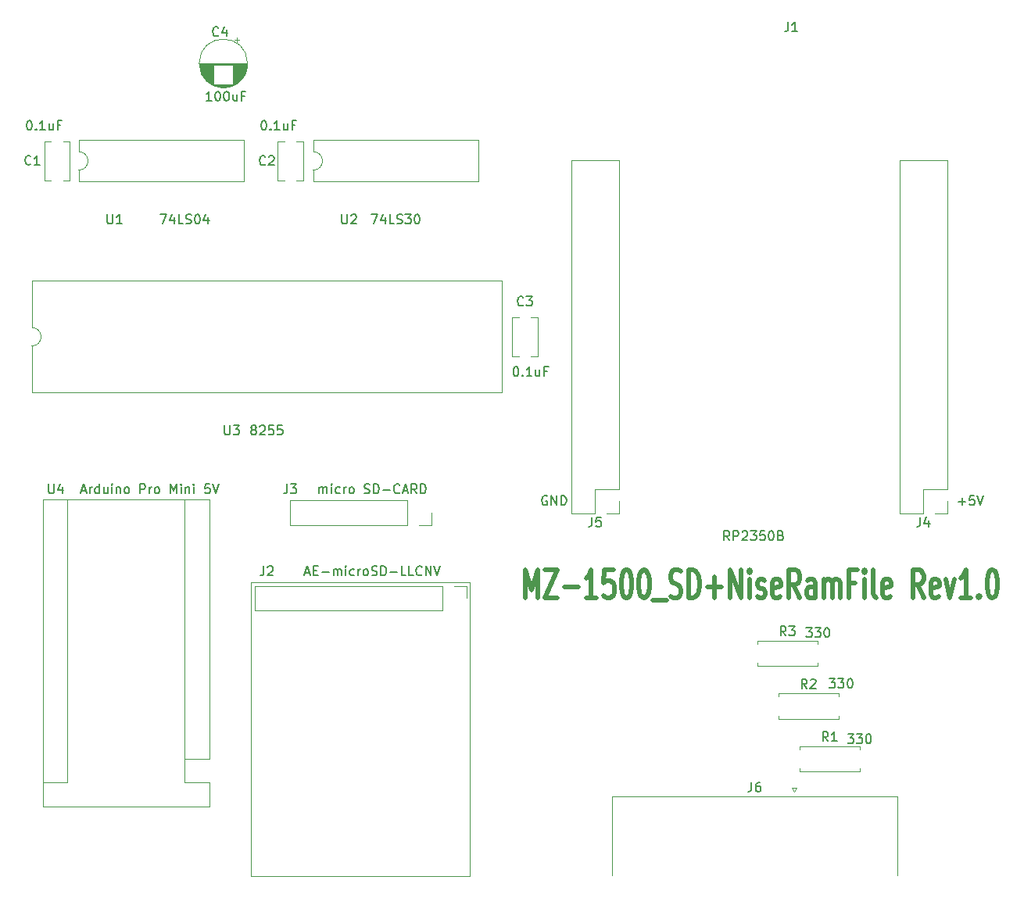
<source format=gto>
G04 #@! TF.GenerationSoftware,KiCad,Pcbnew,(5.1.9)-1*
G04 #@! TF.CreationDate,2026-02-04T18:39:53+09:00*
G04 #@! TF.ProjectId,MZ-1500_SD+NRF,4d5a2d31-3530-4305-9f53-442b4e52462e,rev?*
G04 #@! TF.SameCoordinates,PX4395450PY98005a8*
G04 #@! TF.FileFunction,Legend,Top*
G04 #@! TF.FilePolarity,Positive*
%FSLAX46Y46*%
G04 Gerber Fmt 4.6, Leading zero omitted, Abs format (unit mm)*
G04 Created by KiCad (PCBNEW (5.1.9)-1) date 2026-02-04 18:39:53*
%MOMM*%
%LPD*%
G01*
G04 APERTURE LIST*
%ADD10C,0.500000*%
%ADD11C,0.150000*%
%ADD12C,0.120000*%
G04 APERTURE END LIST*
D10*
X58476190Y30142858D02*
X58476190Y33142858D01*
X59142857Y31000000D01*
X59809523Y33142858D01*
X59809523Y30142858D01*
X60571428Y33142858D02*
X61904761Y33142858D01*
X60571428Y30142858D01*
X61904761Y30142858D01*
X62666666Y31285715D02*
X64190476Y31285715D01*
X66190476Y30142858D02*
X65047619Y30142858D01*
X65619047Y30142858D02*
X65619047Y33142858D01*
X65428571Y32714286D01*
X65238095Y32428572D01*
X65047619Y32285715D01*
X68000000Y33142858D02*
X67047619Y33142858D01*
X66952380Y31714286D01*
X67047619Y31857143D01*
X67238095Y32000000D01*
X67714285Y32000000D01*
X67904761Y31857143D01*
X68000000Y31714286D01*
X68095238Y31428572D01*
X68095238Y30714286D01*
X68000000Y30428572D01*
X67904761Y30285715D01*
X67714285Y30142858D01*
X67238095Y30142858D01*
X67047619Y30285715D01*
X66952380Y30428572D01*
X69333333Y33142858D02*
X69523809Y33142858D01*
X69714285Y33000000D01*
X69809523Y32857143D01*
X69904761Y32571429D01*
X70000000Y32000000D01*
X70000000Y31285715D01*
X69904761Y30714286D01*
X69809523Y30428572D01*
X69714285Y30285715D01*
X69523809Y30142858D01*
X69333333Y30142858D01*
X69142857Y30285715D01*
X69047619Y30428572D01*
X68952380Y30714286D01*
X68857142Y31285715D01*
X68857142Y32000000D01*
X68952380Y32571429D01*
X69047619Y32857143D01*
X69142857Y33000000D01*
X69333333Y33142858D01*
X71238095Y33142858D02*
X71428571Y33142858D01*
X71619047Y33000000D01*
X71714285Y32857143D01*
X71809523Y32571429D01*
X71904761Y32000000D01*
X71904761Y31285715D01*
X71809523Y30714286D01*
X71714285Y30428572D01*
X71619047Y30285715D01*
X71428571Y30142858D01*
X71238095Y30142858D01*
X71047619Y30285715D01*
X70952380Y30428572D01*
X70857142Y30714286D01*
X70761904Y31285715D01*
X70761904Y32000000D01*
X70857142Y32571429D01*
X70952380Y32857143D01*
X71047619Y33000000D01*
X71238095Y33142858D01*
X72285714Y29857143D02*
X73809523Y29857143D01*
X74190476Y30285715D02*
X74476190Y30142858D01*
X74952380Y30142858D01*
X75142857Y30285715D01*
X75238095Y30428572D01*
X75333333Y30714286D01*
X75333333Y31000000D01*
X75238095Y31285715D01*
X75142857Y31428572D01*
X74952380Y31571429D01*
X74571428Y31714286D01*
X74380952Y31857143D01*
X74285714Y32000000D01*
X74190476Y32285715D01*
X74190476Y32571429D01*
X74285714Y32857143D01*
X74380952Y33000000D01*
X74571428Y33142858D01*
X75047619Y33142858D01*
X75333333Y33000000D01*
X76190476Y30142858D02*
X76190476Y33142858D01*
X76666666Y33142858D01*
X76952380Y33000000D01*
X77142857Y32714286D01*
X77238095Y32428572D01*
X77333333Y31857143D01*
X77333333Y31428572D01*
X77238095Y30857143D01*
X77142857Y30571429D01*
X76952380Y30285715D01*
X76666666Y30142858D01*
X76190476Y30142858D01*
X78190476Y31285715D02*
X79714285Y31285715D01*
X78952380Y30142858D02*
X78952380Y32428572D01*
X80666666Y30142858D02*
X80666666Y33142858D01*
X81809523Y30142858D01*
X81809523Y33142858D01*
X82761904Y30142858D02*
X82761904Y32142858D01*
X82761904Y33142858D02*
X82666666Y33000000D01*
X82761904Y32857143D01*
X82857142Y33000000D01*
X82761904Y33142858D01*
X82761904Y32857143D01*
X83619047Y30285715D02*
X83809523Y30142858D01*
X84190476Y30142858D01*
X84380952Y30285715D01*
X84476190Y30571429D01*
X84476190Y30714286D01*
X84380952Y31000000D01*
X84190476Y31142858D01*
X83904761Y31142858D01*
X83714285Y31285715D01*
X83619047Y31571429D01*
X83619047Y31714286D01*
X83714285Y32000000D01*
X83904761Y32142858D01*
X84190476Y32142858D01*
X84380952Y32000000D01*
X86095238Y30285715D02*
X85904761Y30142858D01*
X85523809Y30142858D01*
X85333333Y30285715D01*
X85238095Y30571429D01*
X85238095Y31714286D01*
X85333333Y32000000D01*
X85523809Y32142858D01*
X85904761Y32142858D01*
X86095238Y32000000D01*
X86190476Y31714286D01*
X86190476Y31428572D01*
X85238095Y31142858D01*
X88190476Y30142858D02*
X87523809Y31571429D01*
X87047619Y30142858D02*
X87047619Y33142858D01*
X87809523Y33142858D01*
X88000000Y33000000D01*
X88095238Y32857143D01*
X88190476Y32571429D01*
X88190476Y32142858D01*
X88095238Y31857143D01*
X88000000Y31714286D01*
X87809523Y31571429D01*
X87047619Y31571429D01*
X89904761Y30142858D02*
X89904761Y31714286D01*
X89809523Y32000000D01*
X89619047Y32142858D01*
X89238095Y32142858D01*
X89047619Y32000000D01*
X89904761Y30285715D02*
X89714285Y30142858D01*
X89238095Y30142858D01*
X89047619Y30285715D01*
X88952380Y30571429D01*
X88952380Y30857143D01*
X89047619Y31142858D01*
X89238095Y31285715D01*
X89714285Y31285715D01*
X89904761Y31428572D01*
X90857142Y30142858D02*
X90857142Y32142858D01*
X90857142Y31857143D02*
X90952380Y32000000D01*
X91142857Y32142858D01*
X91428571Y32142858D01*
X91619047Y32000000D01*
X91714285Y31714286D01*
X91714285Y30142858D01*
X91714285Y31714286D02*
X91809523Y32000000D01*
X92000000Y32142858D01*
X92285714Y32142858D01*
X92476190Y32000000D01*
X92571428Y31714286D01*
X92571428Y30142858D01*
X94190476Y31714286D02*
X93523809Y31714286D01*
X93523809Y30142858D02*
X93523809Y33142858D01*
X94476190Y33142858D01*
X95238095Y30142858D02*
X95238095Y32142858D01*
X95238095Y33142858D02*
X95142857Y33000000D01*
X95238095Y32857143D01*
X95333333Y33000000D01*
X95238095Y33142858D01*
X95238095Y32857143D01*
X96476190Y30142858D02*
X96285714Y30285715D01*
X96190476Y30571429D01*
X96190476Y33142858D01*
X98000000Y30285715D02*
X97809523Y30142858D01*
X97428571Y30142858D01*
X97238095Y30285715D01*
X97142857Y30571429D01*
X97142857Y31714286D01*
X97238095Y32000000D01*
X97428571Y32142858D01*
X97809523Y32142858D01*
X98000000Y32000000D01*
X98095238Y31714286D01*
X98095238Y31428572D01*
X97142857Y31142858D01*
X101619047Y30142858D02*
X100952380Y31571429D01*
X100476190Y30142858D02*
X100476190Y33142858D01*
X101238095Y33142858D01*
X101428571Y33000000D01*
X101523809Y32857143D01*
X101619047Y32571429D01*
X101619047Y32142858D01*
X101523809Y31857143D01*
X101428571Y31714286D01*
X101238095Y31571429D01*
X100476190Y31571429D01*
X103238095Y30285715D02*
X103047619Y30142858D01*
X102666666Y30142858D01*
X102476190Y30285715D01*
X102380952Y30571429D01*
X102380952Y31714286D01*
X102476190Y32000000D01*
X102666666Y32142858D01*
X103047619Y32142858D01*
X103238095Y32000000D01*
X103333333Y31714286D01*
X103333333Y31428572D01*
X102380952Y31142858D01*
X104000000Y32142858D02*
X104476190Y30142858D01*
X104952380Y32142858D01*
X106761904Y30142858D02*
X105619047Y30142858D01*
X106190476Y30142858D02*
X106190476Y33142858D01*
X106000000Y32714286D01*
X105809523Y32428572D01*
X105619047Y32285715D01*
X107619047Y30428572D02*
X107714285Y30285715D01*
X107619047Y30142858D01*
X107523809Y30285715D01*
X107619047Y30428572D01*
X107619047Y30142858D01*
X108952380Y33142858D02*
X109142857Y33142858D01*
X109333333Y33000000D01*
X109428571Y32857143D01*
X109523809Y32571429D01*
X109619047Y32000000D01*
X109619047Y31285715D01*
X109523809Y30714286D01*
X109428571Y30428572D01*
X109333333Y30285715D01*
X109142857Y30142858D01*
X108952380Y30142858D01*
X108761904Y30285715D01*
X108666666Y30428572D01*
X108571428Y30714286D01*
X108476190Y31285715D01*
X108476190Y32000000D01*
X108571428Y32571429D01*
X108666666Y32857143D01*
X108761904Y33000000D01*
X108952380Y33142858D01*
D11*
X93399285Y15377620D02*
X94018333Y15377620D01*
X93685000Y14996667D01*
X93827857Y14996667D01*
X93923095Y14949048D01*
X93970714Y14901429D01*
X94018333Y14806191D01*
X94018333Y14568096D01*
X93970714Y14472858D01*
X93923095Y14425239D01*
X93827857Y14377620D01*
X93542142Y14377620D01*
X93446904Y14425239D01*
X93399285Y14472858D01*
X94351666Y15377620D02*
X94970714Y15377620D01*
X94637380Y14996667D01*
X94780238Y14996667D01*
X94875476Y14949048D01*
X94923095Y14901429D01*
X94970714Y14806191D01*
X94970714Y14568096D01*
X94923095Y14472858D01*
X94875476Y14425239D01*
X94780238Y14377620D01*
X94494523Y14377620D01*
X94399285Y14425239D01*
X94351666Y14472858D01*
X95589761Y15377620D02*
X95685000Y15377620D01*
X95780238Y15330000D01*
X95827857Y15282381D01*
X95875476Y15187143D01*
X95923095Y14996667D01*
X95923095Y14758572D01*
X95875476Y14568096D01*
X95827857Y14472858D01*
X95780238Y14425239D01*
X95685000Y14377620D01*
X95589761Y14377620D01*
X95494523Y14425239D01*
X95446904Y14472858D01*
X95399285Y14568096D01*
X95351666Y14758572D01*
X95351666Y14996667D01*
X95399285Y15187143D01*
X95446904Y15282381D01*
X95494523Y15330000D01*
X95589761Y15377620D01*
X91399285Y21377620D02*
X92018333Y21377620D01*
X91685000Y20996667D01*
X91827857Y20996667D01*
X91923095Y20949048D01*
X91970714Y20901429D01*
X92018333Y20806191D01*
X92018333Y20568096D01*
X91970714Y20472858D01*
X91923095Y20425239D01*
X91827857Y20377620D01*
X91542142Y20377620D01*
X91446904Y20425239D01*
X91399285Y20472858D01*
X92351666Y21377620D02*
X92970714Y21377620D01*
X92637380Y20996667D01*
X92780238Y20996667D01*
X92875476Y20949048D01*
X92923095Y20901429D01*
X92970714Y20806191D01*
X92970714Y20568096D01*
X92923095Y20472858D01*
X92875476Y20425239D01*
X92780238Y20377620D01*
X92494523Y20377620D01*
X92399285Y20425239D01*
X92351666Y20472858D01*
X93589761Y21377620D02*
X93685000Y21377620D01*
X93780238Y21330000D01*
X93827857Y21282381D01*
X93875476Y21187143D01*
X93923095Y20996667D01*
X93923095Y20758572D01*
X93875476Y20568096D01*
X93827857Y20472858D01*
X93780238Y20425239D01*
X93685000Y20377620D01*
X93589761Y20377620D01*
X93494523Y20425239D01*
X93446904Y20472858D01*
X93399285Y20568096D01*
X93351666Y20758572D01*
X93351666Y20996667D01*
X93399285Y21187143D01*
X93446904Y21282381D01*
X93494523Y21330000D01*
X93589761Y21377620D01*
X88899285Y26877620D02*
X89518333Y26877620D01*
X89185000Y26496667D01*
X89327857Y26496667D01*
X89423095Y26449048D01*
X89470714Y26401429D01*
X89518333Y26306191D01*
X89518333Y26068096D01*
X89470714Y25972858D01*
X89423095Y25925239D01*
X89327857Y25877620D01*
X89042142Y25877620D01*
X88946904Y25925239D01*
X88899285Y25972858D01*
X89851666Y26877620D02*
X90470714Y26877620D01*
X90137380Y26496667D01*
X90280238Y26496667D01*
X90375476Y26449048D01*
X90423095Y26401429D01*
X90470714Y26306191D01*
X90470714Y26068096D01*
X90423095Y25972858D01*
X90375476Y25925239D01*
X90280238Y25877620D01*
X89994523Y25877620D01*
X89899285Y25925239D01*
X89851666Y25972858D01*
X91089761Y26877620D02*
X91185000Y26877620D01*
X91280238Y26830000D01*
X91327857Y26782381D01*
X91375476Y26687143D01*
X91423095Y26496667D01*
X91423095Y26258572D01*
X91375476Y26068096D01*
X91327857Y25972858D01*
X91280238Y25925239D01*
X91185000Y25877620D01*
X91089761Y25877620D01*
X90994523Y25925239D01*
X90946904Y25972858D01*
X90899285Y26068096D01*
X90851666Y26258572D01*
X90851666Y26496667D01*
X90899285Y26687143D01*
X90946904Y26782381D01*
X90994523Y26830000D01*
X91089761Y26877620D01*
X80589761Y36377620D02*
X80256428Y36853810D01*
X80018333Y36377620D02*
X80018333Y37377620D01*
X80399285Y37377620D01*
X80494523Y37330000D01*
X80542142Y37282381D01*
X80589761Y37187143D01*
X80589761Y37044286D01*
X80542142Y36949048D01*
X80494523Y36901429D01*
X80399285Y36853810D01*
X80018333Y36853810D01*
X81018333Y36377620D02*
X81018333Y37377620D01*
X81399285Y37377620D01*
X81494523Y37330000D01*
X81542142Y37282381D01*
X81589761Y37187143D01*
X81589761Y37044286D01*
X81542142Y36949048D01*
X81494523Y36901429D01*
X81399285Y36853810D01*
X81018333Y36853810D01*
X81970714Y37282381D02*
X82018333Y37330000D01*
X82113571Y37377620D01*
X82351666Y37377620D01*
X82446904Y37330000D01*
X82494523Y37282381D01*
X82542142Y37187143D01*
X82542142Y37091905D01*
X82494523Y36949048D01*
X81923095Y36377620D01*
X82542142Y36377620D01*
X82875476Y37377620D02*
X83494523Y37377620D01*
X83161190Y36996667D01*
X83304047Y36996667D01*
X83399285Y36949048D01*
X83446904Y36901429D01*
X83494523Y36806191D01*
X83494523Y36568096D01*
X83446904Y36472858D01*
X83399285Y36425239D01*
X83304047Y36377620D01*
X83018333Y36377620D01*
X82923095Y36425239D01*
X82875476Y36472858D01*
X84399285Y37377620D02*
X83923095Y37377620D01*
X83875476Y36901429D01*
X83923095Y36949048D01*
X84018333Y36996667D01*
X84256428Y36996667D01*
X84351666Y36949048D01*
X84399285Y36901429D01*
X84446904Y36806191D01*
X84446904Y36568096D01*
X84399285Y36472858D01*
X84351666Y36425239D01*
X84256428Y36377620D01*
X84018333Y36377620D01*
X83923095Y36425239D01*
X83875476Y36472858D01*
X85065952Y37377620D02*
X85161190Y37377620D01*
X85256428Y37330000D01*
X85304047Y37282381D01*
X85351666Y37187143D01*
X85399285Y36996667D01*
X85399285Y36758572D01*
X85351666Y36568096D01*
X85304047Y36472858D01*
X85256428Y36425239D01*
X85161190Y36377620D01*
X85065952Y36377620D01*
X84970714Y36425239D01*
X84923095Y36472858D01*
X84875476Y36568096D01*
X84827857Y36758572D01*
X84827857Y36996667D01*
X84875476Y37187143D01*
X84923095Y37282381D01*
X84970714Y37330000D01*
X85065952Y37377620D01*
X86161190Y36901429D02*
X86304047Y36853810D01*
X86351666Y36806191D01*
X86399285Y36710953D01*
X86399285Y36568096D01*
X86351666Y36472858D01*
X86304047Y36425239D01*
X86208809Y36377620D01*
X85827857Y36377620D01*
X85827857Y37377620D01*
X86161190Y37377620D01*
X86256428Y37330000D01*
X86304047Y37282381D01*
X86351666Y37187143D01*
X86351666Y37091905D01*
X86304047Y36996667D01*
X86256428Y36949048D01*
X86161190Y36901429D01*
X85827857Y36901429D01*
X60833095Y41140000D02*
X60737857Y41187620D01*
X60595000Y41187620D01*
X60452142Y41140000D01*
X60356904Y41044762D01*
X60309285Y40949524D01*
X60261666Y40759048D01*
X60261666Y40616191D01*
X60309285Y40425715D01*
X60356904Y40330477D01*
X60452142Y40235239D01*
X60595000Y40187620D01*
X60690238Y40187620D01*
X60833095Y40235239D01*
X60880714Y40282858D01*
X60880714Y40616191D01*
X60690238Y40616191D01*
X61309285Y40187620D02*
X61309285Y41187620D01*
X61880714Y40187620D01*
X61880714Y41187620D01*
X62356904Y40187620D02*
X62356904Y41187620D01*
X62595000Y41187620D01*
X62737857Y41140000D01*
X62833095Y41044762D01*
X62880714Y40949524D01*
X62928333Y40759048D01*
X62928333Y40616191D01*
X62880714Y40425715D01*
X62833095Y40330477D01*
X62737857Y40235239D01*
X62595000Y40187620D01*
X62356904Y40187620D01*
X105394285Y40568572D02*
X106156190Y40568572D01*
X105775238Y40187620D02*
X105775238Y40949524D01*
X107108571Y41187620D02*
X106632380Y41187620D01*
X106584761Y40711429D01*
X106632380Y40759048D01*
X106727619Y40806667D01*
X106965714Y40806667D01*
X107060952Y40759048D01*
X107108571Y40711429D01*
X107156190Y40616191D01*
X107156190Y40378096D01*
X107108571Y40282858D01*
X107060952Y40235239D01*
X106965714Y40187620D01*
X106727619Y40187620D01*
X106632380Y40235239D01*
X106584761Y40282858D01*
X107441904Y41187620D02*
X107775238Y40187620D01*
X108108571Y41187620D01*
X18947142Y71667620D02*
X19613809Y71667620D01*
X19185238Y70667620D01*
X20423333Y71334286D02*
X20423333Y70667620D01*
X20185238Y71715239D02*
X19947142Y71000953D01*
X20566190Y71000953D01*
X21423333Y70667620D02*
X20947142Y70667620D01*
X20947142Y71667620D01*
X21709047Y70715239D02*
X21851904Y70667620D01*
X22090000Y70667620D01*
X22185238Y70715239D01*
X22232857Y70762858D01*
X22280476Y70858096D01*
X22280476Y70953334D01*
X22232857Y71048572D01*
X22185238Y71096191D01*
X22090000Y71143810D01*
X21899523Y71191429D01*
X21804285Y71239048D01*
X21756666Y71286667D01*
X21709047Y71381905D01*
X21709047Y71477143D01*
X21756666Y71572381D01*
X21804285Y71620000D01*
X21899523Y71667620D01*
X22137619Y71667620D01*
X22280476Y71620000D01*
X22899523Y71667620D02*
X22994761Y71667620D01*
X23090000Y71620000D01*
X23137619Y71572381D01*
X23185238Y71477143D01*
X23232857Y71286667D01*
X23232857Y71048572D01*
X23185238Y70858096D01*
X23137619Y70762858D01*
X23090000Y70715239D01*
X22994761Y70667620D01*
X22899523Y70667620D01*
X22804285Y70715239D01*
X22756666Y70762858D01*
X22709047Y70858096D01*
X22661428Y71048572D01*
X22661428Y71286667D01*
X22709047Y71477143D01*
X22756666Y71572381D01*
X22804285Y71620000D01*
X22899523Y71667620D01*
X24090000Y71334286D02*
X24090000Y70667620D01*
X23851904Y71715239D02*
X23613809Y71000953D01*
X24232857Y71000953D01*
X36148095Y41457620D02*
X36148095Y42124286D01*
X36148095Y42029048D02*
X36195714Y42076667D01*
X36290952Y42124286D01*
X36433809Y42124286D01*
X36529047Y42076667D01*
X36576666Y41981429D01*
X36576666Y41457620D01*
X36576666Y41981429D02*
X36624285Y42076667D01*
X36719523Y42124286D01*
X36862380Y42124286D01*
X36957619Y42076667D01*
X37005238Y41981429D01*
X37005238Y41457620D01*
X37481428Y41457620D02*
X37481428Y42124286D01*
X37481428Y42457620D02*
X37433809Y42410000D01*
X37481428Y42362381D01*
X37529047Y42410000D01*
X37481428Y42457620D01*
X37481428Y42362381D01*
X38386190Y41505239D02*
X38290952Y41457620D01*
X38100476Y41457620D01*
X38005238Y41505239D01*
X37957619Y41552858D01*
X37910000Y41648096D01*
X37910000Y41933810D01*
X37957619Y42029048D01*
X38005238Y42076667D01*
X38100476Y42124286D01*
X38290952Y42124286D01*
X38386190Y42076667D01*
X38814761Y41457620D02*
X38814761Y42124286D01*
X38814761Y41933810D02*
X38862380Y42029048D01*
X38910000Y42076667D01*
X39005238Y42124286D01*
X39100476Y42124286D01*
X39576666Y41457620D02*
X39481428Y41505239D01*
X39433809Y41552858D01*
X39386190Y41648096D01*
X39386190Y41933810D01*
X39433809Y42029048D01*
X39481428Y42076667D01*
X39576666Y42124286D01*
X39719523Y42124286D01*
X39814761Y42076667D01*
X39862380Y42029048D01*
X39910000Y41933810D01*
X39910000Y41648096D01*
X39862380Y41552858D01*
X39814761Y41505239D01*
X39719523Y41457620D01*
X39576666Y41457620D01*
X41052857Y41505239D02*
X41195714Y41457620D01*
X41433809Y41457620D01*
X41529047Y41505239D01*
X41576666Y41552858D01*
X41624285Y41648096D01*
X41624285Y41743334D01*
X41576666Y41838572D01*
X41529047Y41886191D01*
X41433809Y41933810D01*
X41243333Y41981429D01*
X41148095Y42029048D01*
X41100476Y42076667D01*
X41052857Y42171905D01*
X41052857Y42267143D01*
X41100476Y42362381D01*
X41148095Y42410000D01*
X41243333Y42457620D01*
X41481428Y42457620D01*
X41624285Y42410000D01*
X42052857Y41457620D02*
X42052857Y42457620D01*
X42290952Y42457620D01*
X42433809Y42410000D01*
X42529047Y42314762D01*
X42576666Y42219524D01*
X42624285Y42029048D01*
X42624285Y41886191D01*
X42576666Y41695715D01*
X42529047Y41600477D01*
X42433809Y41505239D01*
X42290952Y41457620D01*
X42052857Y41457620D01*
X43052857Y41838572D02*
X43814761Y41838572D01*
X44862380Y41552858D02*
X44814761Y41505239D01*
X44671904Y41457620D01*
X44576666Y41457620D01*
X44433809Y41505239D01*
X44338571Y41600477D01*
X44290952Y41695715D01*
X44243333Y41886191D01*
X44243333Y42029048D01*
X44290952Y42219524D01*
X44338571Y42314762D01*
X44433809Y42410000D01*
X44576666Y42457620D01*
X44671904Y42457620D01*
X44814761Y42410000D01*
X44862380Y42362381D01*
X45243333Y41743334D02*
X45719523Y41743334D01*
X45148095Y41457620D02*
X45481428Y42457620D01*
X45814761Y41457620D01*
X46719523Y41457620D02*
X46386190Y41933810D01*
X46148095Y41457620D02*
X46148095Y42457620D01*
X46529047Y42457620D01*
X46624285Y42410000D01*
X46671904Y42362381D01*
X46719523Y42267143D01*
X46719523Y42124286D01*
X46671904Y42029048D01*
X46624285Y41981429D01*
X46529047Y41933810D01*
X46148095Y41933810D01*
X47148095Y41457620D02*
X47148095Y42457620D01*
X47386190Y42457620D01*
X47529047Y42410000D01*
X47624285Y42314762D01*
X47671904Y42219524D01*
X47719523Y42029048D01*
X47719523Y41886191D01*
X47671904Y41695715D01*
X47624285Y41600477D01*
X47529047Y41505239D01*
X47386190Y41457620D01*
X47148095Y41457620D01*
X10375238Y41743334D02*
X10851428Y41743334D01*
X10280000Y41457620D02*
X10613333Y42457620D01*
X10946666Y41457620D01*
X11280000Y41457620D02*
X11280000Y42124286D01*
X11280000Y41933810D02*
X11327619Y42029048D01*
X11375238Y42076667D01*
X11470476Y42124286D01*
X11565714Y42124286D01*
X12327619Y41457620D02*
X12327619Y42457620D01*
X12327619Y41505239D02*
X12232380Y41457620D01*
X12041904Y41457620D01*
X11946666Y41505239D01*
X11899047Y41552858D01*
X11851428Y41648096D01*
X11851428Y41933810D01*
X11899047Y42029048D01*
X11946666Y42076667D01*
X12041904Y42124286D01*
X12232380Y42124286D01*
X12327619Y42076667D01*
X13232380Y42124286D02*
X13232380Y41457620D01*
X12803809Y42124286D02*
X12803809Y41600477D01*
X12851428Y41505239D01*
X12946666Y41457620D01*
X13089523Y41457620D01*
X13184761Y41505239D01*
X13232380Y41552858D01*
X13708571Y41457620D02*
X13708571Y42124286D01*
X13708571Y42457620D02*
X13660952Y42410000D01*
X13708571Y42362381D01*
X13756190Y42410000D01*
X13708571Y42457620D01*
X13708571Y42362381D01*
X14184761Y42124286D02*
X14184761Y41457620D01*
X14184761Y42029048D02*
X14232380Y42076667D01*
X14327619Y42124286D01*
X14470476Y42124286D01*
X14565714Y42076667D01*
X14613333Y41981429D01*
X14613333Y41457620D01*
X15232380Y41457620D02*
X15137142Y41505239D01*
X15089523Y41552858D01*
X15041904Y41648096D01*
X15041904Y41933810D01*
X15089523Y42029048D01*
X15137142Y42076667D01*
X15232380Y42124286D01*
X15375238Y42124286D01*
X15470476Y42076667D01*
X15518095Y42029048D01*
X15565714Y41933810D01*
X15565714Y41648096D01*
X15518095Y41552858D01*
X15470476Y41505239D01*
X15375238Y41457620D01*
X15232380Y41457620D01*
X16756190Y41457620D02*
X16756190Y42457620D01*
X17137142Y42457620D01*
X17232380Y42410000D01*
X17280000Y42362381D01*
X17327619Y42267143D01*
X17327619Y42124286D01*
X17280000Y42029048D01*
X17232380Y41981429D01*
X17137142Y41933810D01*
X16756190Y41933810D01*
X17756190Y41457620D02*
X17756190Y42124286D01*
X17756190Y41933810D02*
X17803809Y42029048D01*
X17851428Y42076667D01*
X17946666Y42124286D01*
X18041904Y42124286D01*
X18518095Y41457620D02*
X18422857Y41505239D01*
X18375238Y41552858D01*
X18327619Y41648096D01*
X18327619Y41933810D01*
X18375238Y42029048D01*
X18422857Y42076667D01*
X18518095Y42124286D01*
X18660952Y42124286D01*
X18756190Y42076667D01*
X18803809Y42029048D01*
X18851428Y41933810D01*
X18851428Y41648096D01*
X18803809Y41552858D01*
X18756190Y41505239D01*
X18660952Y41457620D01*
X18518095Y41457620D01*
X20041904Y41457620D02*
X20041904Y42457620D01*
X20375238Y41743334D01*
X20708571Y42457620D01*
X20708571Y41457620D01*
X21184761Y41457620D02*
X21184761Y42124286D01*
X21184761Y42457620D02*
X21137142Y42410000D01*
X21184761Y42362381D01*
X21232380Y42410000D01*
X21184761Y42457620D01*
X21184761Y42362381D01*
X21660952Y42124286D02*
X21660952Y41457620D01*
X21660952Y42029048D02*
X21708571Y42076667D01*
X21803809Y42124286D01*
X21946666Y42124286D01*
X22041904Y42076667D01*
X22089523Y41981429D01*
X22089523Y41457620D01*
X22565714Y41457620D02*
X22565714Y42124286D01*
X22565714Y42457620D02*
X22518095Y42410000D01*
X22565714Y42362381D01*
X22613333Y42410000D01*
X22565714Y42457620D01*
X22565714Y42362381D01*
X24280000Y42457620D02*
X23803809Y42457620D01*
X23756190Y41981429D01*
X23803809Y42029048D01*
X23899047Y42076667D01*
X24137142Y42076667D01*
X24232380Y42029048D01*
X24280000Y41981429D01*
X24327619Y41886191D01*
X24327619Y41648096D01*
X24280000Y41552858D01*
X24232380Y41505239D01*
X24137142Y41457620D01*
X23899047Y41457620D01*
X23803809Y41505239D01*
X23756190Y41552858D01*
X24613333Y42457620D02*
X24946666Y41457620D01*
X25280000Y42457620D01*
X28956190Y48379048D02*
X28860952Y48426667D01*
X28813333Y48474286D01*
X28765714Y48569524D01*
X28765714Y48617143D01*
X28813333Y48712381D01*
X28860952Y48760000D01*
X28956190Y48807620D01*
X29146666Y48807620D01*
X29241904Y48760000D01*
X29289523Y48712381D01*
X29337142Y48617143D01*
X29337142Y48569524D01*
X29289523Y48474286D01*
X29241904Y48426667D01*
X29146666Y48379048D01*
X28956190Y48379048D01*
X28860952Y48331429D01*
X28813333Y48283810D01*
X28765714Y48188572D01*
X28765714Y47998096D01*
X28813333Y47902858D01*
X28860952Y47855239D01*
X28956190Y47807620D01*
X29146666Y47807620D01*
X29241904Y47855239D01*
X29289523Y47902858D01*
X29337142Y47998096D01*
X29337142Y48188572D01*
X29289523Y48283810D01*
X29241904Y48331429D01*
X29146666Y48379048D01*
X29718095Y48712381D02*
X29765714Y48760000D01*
X29860952Y48807620D01*
X30099047Y48807620D01*
X30194285Y48760000D01*
X30241904Y48712381D01*
X30289523Y48617143D01*
X30289523Y48521905D01*
X30241904Y48379048D01*
X29670476Y47807620D01*
X30289523Y47807620D01*
X31194285Y48807620D02*
X30718095Y48807620D01*
X30670476Y48331429D01*
X30718095Y48379048D01*
X30813333Y48426667D01*
X31051428Y48426667D01*
X31146666Y48379048D01*
X31194285Y48331429D01*
X31241904Y48236191D01*
X31241904Y47998096D01*
X31194285Y47902858D01*
X31146666Y47855239D01*
X31051428Y47807620D01*
X30813333Y47807620D01*
X30718095Y47855239D01*
X30670476Y47902858D01*
X32146666Y48807620D02*
X31670476Y48807620D01*
X31622857Y48331429D01*
X31670476Y48379048D01*
X31765714Y48426667D01*
X32003809Y48426667D01*
X32099047Y48379048D01*
X32146666Y48331429D01*
X32194285Y48236191D01*
X32194285Y47998096D01*
X32146666Y47902858D01*
X32099047Y47855239D01*
X32003809Y47807620D01*
X31765714Y47807620D01*
X31670476Y47855239D01*
X31622857Y47902858D01*
X41807142Y71667620D02*
X42473809Y71667620D01*
X42045238Y70667620D01*
X43283333Y71334286D02*
X43283333Y70667620D01*
X43045238Y71715239D02*
X42807142Y71000953D01*
X43426190Y71000953D01*
X44283333Y70667620D02*
X43807142Y70667620D01*
X43807142Y71667620D01*
X44569047Y70715239D02*
X44711904Y70667620D01*
X44950000Y70667620D01*
X45045238Y70715239D01*
X45092857Y70762858D01*
X45140476Y70858096D01*
X45140476Y70953334D01*
X45092857Y71048572D01*
X45045238Y71096191D01*
X44950000Y71143810D01*
X44759523Y71191429D01*
X44664285Y71239048D01*
X44616666Y71286667D01*
X44569047Y71381905D01*
X44569047Y71477143D01*
X44616666Y71572381D01*
X44664285Y71620000D01*
X44759523Y71667620D01*
X44997619Y71667620D01*
X45140476Y71620000D01*
X45473809Y71667620D02*
X46092857Y71667620D01*
X45759523Y71286667D01*
X45902380Y71286667D01*
X45997619Y71239048D01*
X46045238Y71191429D01*
X46092857Y71096191D01*
X46092857Y70858096D01*
X46045238Y70762858D01*
X45997619Y70715239D01*
X45902380Y70667620D01*
X45616666Y70667620D01*
X45521428Y70715239D01*
X45473809Y70762858D01*
X46711904Y71667620D02*
X46807142Y71667620D01*
X46902380Y71620000D01*
X46950000Y71572381D01*
X46997619Y71477143D01*
X47045238Y71286667D01*
X47045238Y71048572D01*
X46997619Y70858096D01*
X46950000Y70762858D01*
X46902380Y70715239D01*
X46807142Y70667620D01*
X46711904Y70667620D01*
X46616666Y70715239D01*
X46569047Y70762858D01*
X46521428Y70858096D01*
X46473809Y71048572D01*
X46473809Y71286667D01*
X46521428Y71477143D01*
X46569047Y71572381D01*
X46616666Y71620000D01*
X46711904Y71667620D01*
X57412142Y55157620D02*
X57507380Y55157620D01*
X57602619Y55110000D01*
X57650238Y55062381D01*
X57697857Y54967143D01*
X57745476Y54776667D01*
X57745476Y54538572D01*
X57697857Y54348096D01*
X57650238Y54252858D01*
X57602619Y54205239D01*
X57507380Y54157620D01*
X57412142Y54157620D01*
X57316904Y54205239D01*
X57269285Y54252858D01*
X57221666Y54348096D01*
X57174047Y54538572D01*
X57174047Y54776667D01*
X57221666Y54967143D01*
X57269285Y55062381D01*
X57316904Y55110000D01*
X57412142Y55157620D01*
X58174047Y54252858D02*
X58221666Y54205239D01*
X58174047Y54157620D01*
X58126428Y54205239D01*
X58174047Y54252858D01*
X58174047Y54157620D01*
X59174047Y54157620D02*
X58602619Y54157620D01*
X58888333Y54157620D02*
X58888333Y55157620D01*
X58793095Y55014762D01*
X58697857Y54919524D01*
X58602619Y54871905D01*
X60031190Y54824286D02*
X60031190Y54157620D01*
X59602619Y54824286D02*
X59602619Y54300477D01*
X59650238Y54205239D01*
X59745476Y54157620D01*
X59888333Y54157620D01*
X59983571Y54205239D01*
X60031190Y54252858D01*
X60840714Y54681429D02*
X60507380Y54681429D01*
X60507380Y54157620D02*
X60507380Y55157620D01*
X60983571Y55157620D01*
X30107142Y81827620D02*
X30202380Y81827620D01*
X30297619Y81780000D01*
X30345238Y81732381D01*
X30392857Y81637143D01*
X30440476Y81446667D01*
X30440476Y81208572D01*
X30392857Y81018096D01*
X30345238Y80922858D01*
X30297619Y80875239D01*
X30202380Y80827620D01*
X30107142Y80827620D01*
X30011904Y80875239D01*
X29964285Y80922858D01*
X29916666Y81018096D01*
X29869047Y81208572D01*
X29869047Y81446667D01*
X29916666Y81637143D01*
X29964285Y81732381D01*
X30011904Y81780000D01*
X30107142Y81827620D01*
X30869047Y80922858D02*
X30916666Y80875239D01*
X30869047Y80827620D01*
X30821428Y80875239D01*
X30869047Y80922858D01*
X30869047Y80827620D01*
X31869047Y80827620D02*
X31297619Y80827620D01*
X31583333Y80827620D02*
X31583333Y81827620D01*
X31488095Y81684762D01*
X31392857Y81589524D01*
X31297619Y81541905D01*
X32726190Y81494286D02*
X32726190Y80827620D01*
X32297619Y81494286D02*
X32297619Y80970477D01*
X32345238Y80875239D01*
X32440476Y80827620D01*
X32583333Y80827620D01*
X32678571Y80875239D01*
X32726190Y80922858D01*
X33535714Y81351429D02*
X33202380Y81351429D01*
X33202380Y80827620D02*
X33202380Y81827620D01*
X33678571Y81827620D01*
X4707142Y81827620D02*
X4802380Y81827620D01*
X4897619Y81780000D01*
X4945238Y81732381D01*
X4992857Y81637143D01*
X5040476Y81446667D01*
X5040476Y81208572D01*
X4992857Y81018096D01*
X4945238Y80922858D01*
X4897619Y80875239D01*
X4802380Y80827620D01*
X4707142Y80827620D01*
X4611904Y80875239D01*
X4564285Y80922858D01*
X4516666Y81018096D01*
X4469047Y81208572D01*
X4469047Y81446667D01*
X4516666Y81637143D01*
X4564285Y81732381D01*
X4611904Y81780000D01*
X4707142Y81827620D01*
X5469047Y80922858D02*
X5516666Y80875239D01*
X5469047Y80827620D01*
X5421428Y80875239D01*
X5469047Y80922858D01*
X5469047Y80827620D01*
X6469047Y80827620D02*
X5897619Y80827620D01*
X6183333Y80827620D02*
X6183333Y81827620D01*
X6088095Y81684762D01*
X5992857Y81589524D01*
X5897619Y81541905D01*
X7326190Y81494286D02*
X7326190Y80827620D01*
X6897619Y81494286D02*
X6897619Y80970477D01*
X6945238Y80875239D01*
X7040476Y80827620D01*
X7183333Y80827620D01*
X7278571Y80875239D01*
X7326190Y80922858D01*
X8135714Y81351429D02*
X7802380Y81351429D01*
X7802380Y80827620D02*
X7802380Y81827620D01*
X8278571Y81827620D01*
X24487380Y84002620D02*
X23915952Y84002620D01*
X24201666Y84002620D02*
X24201666Y85002620D01*
X24106428Y84859762D01*
X24011190Y84764524D01*
X23915952Y84716905D01*
X25106428Y85002620D02*
X25201666Y85002620D01*
X25296904Y84955000D01*
X25344523Y84907381D01*
X25392142Y84812143D01*
X25439761Y84621667D01*
X25439761Y84383572D01*
X25392142Y84193096D01*
X25344523Y84097858D01*
X25296904Y84050239D01*
X25201666Y84002620D01*
X25106428Y84002620D01*
X25011190Y84050239D01*
X24963571Y84097858D01*
X24915952Y84193096D01*
X24868333Y84383572D01*
X24868333Y84621667D01*
X24915952Y84812143D01*
X24963571Y84907381D01*
X25011190Y84955000D01*
X25106428Y85002620D01*
X26058809Y85002620D02*
X26154047Y85002620D01*
X26249285Y84955000D01*
X26296904Y84907381D01*
X26344523Y84812143D01*
X26392142Y84621667D01*
X26392142Y84383572D01*
X26344523Y84193096D01*
X26296904Y84097858D01*
X26249285Y84050239D01*
X26154047Y84002620D01*
X26058809Y84002620D01*
X25963571Y84050239D01*
X25915952Y84097858D01*
X25868333Y84193096D01*
X25820714Y84383572D01*
X25820714Y84621667D01*
X25868333Y84812143D01*
X25915952Y84907381D01*
X25963571Y84955000D01*
X26058809Y85002620D01*
X27249285Y84669286D02*
X27249285Y84002620D01*
X26820714Y84669286D02*
X26820714Y84145477D01*
X26868333Y84050239D01*
X26963571Y84002620D01*
X27106428Y84002620D01*
X27201666Y84050239D01*
X27249285Y84097858D01*
X28058809Y84526429D02*
X27725476Y84526429D01*
X27725476Y84002620D02*
X27725476Y85002620D01*
X28201666Y85002620D01*
D12*
X7082000Y75370000D02*
X6377000Y75370000D01*
X9117000Y75370000D02*
X8412000Y75370000D01*
X7082000Y79610000D02*
X6377000Y79610000D01*
X9117000Y79610000D02*
X8412000Y79610000D01*
X6377000Y79610000D02*
X6377000Y75370000D01*
X9117000Y79610000D02*
X9117000Y75370000D01*
X34390000Y79610000D02*
X34390000Y75370000D01*
X31650000Y79610000D02*
X31650000Y75370000D01*
X34390000Y79610000D02*
X33685000Y79610000D01*
X32355000Y79610000D02*
X31650000Y79610000D01*
X34390000Y75370000D02*
X33685000Y75370000D01*
X32355000Y75370000D02*
X31650000Y75370000D01*
X59790000Y60560000D02*
X59790000Y56320000D01*
X57050000Y60560000D02*
X57050000Y56320000D01*
X59790000Y60560000D02*
X59085000Y60560000D01*
X57755000Y60560000D02*
X57050000Y60560000D01*
X59790000Y56320000D02*
X59085000Y56320000D01*
X57755000Y56320000D02*
X57050000Y56320000D01*
X45720000Y40700000D02*
X45720000Y38040000D01*
X45720000Y40700000D02*
X32960000Y40700000D01*
X32960000Y40700000D02*
X32960000Y38040000D01*
X45720000Y38040000D02*
X32960000Y38040000D01*
X48320000Y38040000D02*
X46990000Y38040000D01*
X48320000Y39370000D02*
X48320000Y38040000D01*
X35500000Y79720000D02*
X35500000Y78470000D01*
X53400000Y79720000D02*
X35500000Y79720000D01*
X53400000Y75220000D02*
X53400000Y79720000D01*
X35500000Y75220000D02*
X53400000Y75220000D01*
X35500000Y76470000D02*
X35500000Y75220000D01*
X35500000Y78470000D02*
G75*
G02*
X35500000Y76470000I0J-1000000D01*
G01*
X5020000Y57420000D02*
X5020000Y52360000D01*
X5020000Y52360000D02*
X55940000Y52360000D01*
X55940000Y52360000D02*
X55940000Y64480000D01*
X55940000Y64480000D02*
X5020000Y64480000D01*
X5020000Y64480000D02*
X5020000Y59420000D01*
X5020000Y59420000D02*
G75*
G02*
X5020000Y57420000I0J-1000000D01*
G01*
X29150000Y31429000D02*
X29150000Y28769000D01*
X49530000Y31429000D02*
X29150000Y31429000D01*
X49530000Y28769000D02*
X29150000Y28769000D01*
X49530000Y31429000D02*
X49530000Y28769000D01*
X50800000Y31429000D02*
X52130000Y31429000D01*
X52130000Y31429000D02*
X52130000Y30099000D01*
X28780000Y31799000D02*
X28780000Y-1000D01*
X28780000Y-1000D02*
X52480000Y-1000D01*
X52480000Y-1000D02*
X52480000Y31799000D01*
X52480000Y31799000D02*
X28780000Y31799000D01*
X21590000Y12700000D02*
X21590000Y10160000D01*
X21590000Y10160000D02*
X24257000Y10160000D01*
X24257000Y12700000D02*
X24257000Y40767000D01*
X24257000Y7493000D02*
X24257000Y10160000D01*
X8890000Y10160000D02*
X6220000Y10160000D01*
X8890000Y10160000D02*
X8890000Y40767000D01*
X24257000Y40767000D02*
X6220000Y40767000D01*
X21590000Y12700000D02*
X24257000Y12700000D01*
X21590000Y12700000D02*
X21590000Y40767000D01*
X6223000Y40767000D02*
X6223000Y7493000D01*
X6223000Y7493000D02*
X24257000Y7493000D01*
X27493300Y90598475D02*
X26993300Y90598475D01*
X27243300Y90848475D02*
X27243300Y90348475D01*
X26052300Y85442700D02*
X25484300Y85442700D01*
X26286300Y85482700D02*
X25250300Y85482700D01*
X26445300Y85522700D02*
X25091300Y85522700D01*
X26573300Y85562700D02*
X24963300Y85562700D01*
X26683300Y85602700D02*
X24853300Y85602700D01*
X26779300Y85642700D02*
X24757300Y85642700D01*
X26866300Y85682700D02*
X24670300Y85682700D01*
X26946300Y85722700D02*
X24590300Y85722700D01*
X24728300Y85762700D02*
X24517300Y85762700D01*
X27019300Y85762700D02*
X26808300Y85762700D01*
X24728300Y85802700D02*
X24449300Y85802700D01*
X27087300Y85802700D02*
X26808300Y85802700D01*
X24728300Y85842700D02*
X24385300Y85842700D01*
X27151300Y85842700D02*
X26808300Y85842700D01*
X24728300Y85882700D02*
X24325300Y85882700D01*
X27211300Y85882700D02*
X26808300Y85882700D01*
X24728300Y85922700D02*
X24268300Y85922700D01*
X27268300Y85922700D02*
X26808300Y85922700D01*
X24728300Y85962700D02*
X24214300Y85962700D01*
X27322300Y85962700D02*
X26808300Y85962700D01*
X24728300Y86002700D02*
X24163300Y86002700D01*
X27373300Y86002700D02*
X26808300Y86002700D01*
X24728300Y86042700D02*
X24115300Y86042700D01*
X27421300Y86042700D02*
X26808300Y86042700D01*
X24728300Y86082700D02*
X24069300Y86082700D01*
X27467300Y86082700D02*
X26808300Y86082700D01*
X24728300Y86122700D02*
X24025300Y86122700D01*
X27511300Y86122700D02*
X26808300Y86122700D01*
X24728300Y86162700D02*
X23983300Y86162700D01*
X27553300Y86162700D02*
X26808300Y86162700D01*
X24728300Y86202700D02*
X23942300Y86202700D01*
X27594300Y86202700D02*
X26808300Y86202700D01*
X24728300Y86242700D02*
X23904300Y86242700D01*
X27632300Y86242700D02*
X26808300Y86242700D01*
X24728300Y86282700D02*
X23867300Y86282700D01*
X27669300Y86282700D02*
X26808300Y86282700D01*
X24728300Y86322700D02*
X23831300Y86322700D01*
X27705300Y86322700D02*
X26808300Y86322700D01*
X24728300Y86362700D02*
X23797300Y86362700D01*
X27739300Y86362700D02*
X26808300Y86362700D01*
X24728300Y86402700D02*
X23764300Y86402700D01*
X27772300Y86402700D02*
X26808300Y86402700D01*
X24728300Y86442700D02*
X23733300Y86442700D01*
X27803300Y86442700D02*
X26808300Y86442700D01*
X24728300Y86482700D02*
X23703300Y86482700D01*
X27833300Y86482700D02*
X26808300Y86482700D01*
X24728300Y86522700D02*
X23673300Y86522700D01*
X27863300Y86522700D02*
X26808300Y86522700D01*
X24728300Y86562700D02*
X23646300Y86562700D01*
X27890300Y86562700D02*
X26808300Y86562700D01*
X24728300Y86602700D02*
X23619300Y86602700D01*
X27917300Y86602700D02*
X26808300Y86602700D01*
X24728300Y86642700D02*
X23593300Y86642700D01*
X27943300Y86642700D02*
X26808300Y86642700D01*
X24728300Y86682700D02*
X23568300Y86682700D01*
X27968300Y86682700D02*
X26808300Y86682700D01*
X24728300Y86722700D02*
X23544300Y86722700D01*
X27992300Y86722700D02*
X26808300Y86722700D01*
X24728300Y86762700D02*
X23521300Y86762700D01*
X28015300Y86762700D02*
X26808300Y86762700D01*
X24728300Y86802700D02*
X23500300Y86802700D01*
X28036300Y86802700D02*
X26808300Y86802700D01*
X24728300Y86842700D02*
X23478300Y86842700D01*
X28058300Y86842700D02*
X26808300Y86842700D01*
X24728300Y86882700D02*
X23458300Y86882700D01*
X28078300Y86882700D02*
X26808300Y86882700D01*
X24728300Y86922700D02*
X23439300Y86922700D01*
X28097300Y86922700D02*
X26808300Y86922700D01*
X24728300Y86962700D02*
X23420300Y86962700D01*
X28116300Y86962700D02*
X26808300Y86962700D01*
X24728300Y87002700D02*
X23403300Y87002700D01*
X28133300Y87002700D02*
X26808300Y87002700D01*
X24728300Y87042700D02*
X23386300Y87042700D01*
X28150300Y87042700D02*
X26808300Y87042700D01*
X24728300Y87082700D02*
X23370300Y87082700D01*
X28166300Y87082700D02*
X26808300Y87082700D01*
X24728300Y87122700D02*
X23354300Y87122700D01*
X28182300Y87122700D02*
X26808300Y87122700D01*
X24728300Y87162700D02*
X23340300Y87162700D01*
X28196300Y87162700D02*
X26808300Y87162700D01*
X24728300Y87202700D02*
X23326300Y87202700D01*
X28210300Y87202700D02*
X26808300Y87202700D01*
X24728300Y87242700D02*
X23313300Y87242700D01*
X28223300Y87242700D02*
X26808300Y87242700D01*
X24728300Y87282700D02*
X23300300Y87282700D01*
X28236300Y87282700D02*
X26808300Y87282700D01*
X24728300Y87322700D02*
X23288300Y87322700D01*
X28248300Y87322700D02*
X26808300Y87322700D01*
X24728300Y87363700D02*
X23277300Y87363700D01*
X28259300Y87363700D02*
X26808300Y87363700D01*
X24728300Y87403700D02*
X23267300Y87403700D01*
X28269300Y87403700D02*
X26808300Y87403700D01*
X24728300Y87443700D02*
X23257300Y87443700D01*
X28279300Y87443700D02*
X26808300Y87443700D01*
X24728300Y87483700D02*
X23248300Y87483700D01*
X28288300Y87483700D02*
X26808300Y87483700D01*
X24728300Y87523700D02*
X23240300Y87523700D01*
X28296300Y87523700D02*
X26808300Y87523700D01*
X24728300Y87563700D02*
X23232300Y87563700D01*
X28304300Y87563700D02*
X26808300Y87563700D01*
X24728300Y87603700D02*
X23225300Y87603700D01*
X28311300Y87603700D02*
X26808300Y87603700D01*
X24728300Y87643700D02*
X23218300Y87643700D01*
X28318300Y87643700D02*
X26808300Y87643700D01*
X24728300Y87683700D02*
X23212300Y87683700D01*
X28324300Y87683700D02*
X26808300Y87683700D01*
X24728300Y87723700D02*
X23207300Y87723700D01*
X28329300Y87723700D02*
X26808300Y87723700D01*
X24728300Y87763700D02*
X23203300Y87763700D01*
X28333300Y87763700D02*
X26808300Y87763700D01*
X24728300Y87803700D02*
X23199300Y87803700D01*
X28337300Y87803700D02*
X26808300Y87803700D01*
X28341300Y87843700D02*
X23195300Y87843700D01*
X28344300Y87883700D02*
X23192300Y87883700D01*
X28346300Y87923700D02*
X23190300Y87923700D01*
X28347300Y87963700D02*
X23189300Y87963700D01*
X28348300Y88003700D02*
X23188300Y88003700D01*
X28348300Y88043700D02*
X23188300Y88043700D01*
X28388300Y88043700D02*
G75*
G03*
X28388300Y88043700I-2620000J0D01*
G01*
X87630000Y9116325D02*
X87380000Y9549338D01*
X87880000Y9549338D02*
X87630000Y9116325D01*
X87380000Y9549338D02*
X87880000Y9549338D01*
X98800000Y8655000D02*
X98800000Y55000D01*
X67830000Y8655000D02*
X98800000Y8655000D01*
X67830000Y55000D02*
X67830000Y8655000D01*
X94710000Y11330000D02*
X94710000Y11660000D01*
X88170000Y11330000D02*
X94710000Y11330000D01*
X88170000Y11660000D02*
X88170000Y11330000D01*
X94710000Y14070000D02*
X94710000Y13740000D01*
X88170000Y14070000D02*
X94710000Y14070000D01*
X88170000Y13740000D02*
X88170000Y14070000D01*
X83598000Y25170000D02*
X83598000Y25500000D01*
X83598000Y25500000D02*
X90138000Y25500000D01*
X90138000Y25500000D02*
X90138000Y25170000D01*
X83598000Y23090000D02*
X83598000Y22760000D01*
X83598000Y22760000D02*
X90138000Y22760000D01*
X90138000Y22760000D02*
X90138000Y23090000D01*
X92424000Y17045000D02*
X92424000Y17375000D01*
X85884000Y17045000D02*
X92424000Y17045000D01*
X85884000Y17375000D02*
X85884000Y17045000D01*
X92424000Y19785000D02*
X92424000Y19455000D01*
X85884000Y19785000D02*
X92424000Y19785000D01*
X85884000Y19455000D02*
X85884000Y19785000D01*
X10100000Y79720000D02*
X10100000Y78470000D01*
X28000000Y79720000D02*
X10100000Y79720000D01*
X28000000Y75220000D02*
X28000000Y79720000D01*
X10100000Y75220000D02*
X28000000Y75220000D01*
X10100000Y76470000D02*
X10100000Y75220000D01*
X10100000Y78470000D02*
G75*
G02*
X10100000Y76470000I0J-1000000D01*
G01*
X104200000Y39310000D02*
X102870000Y39310000D01*
X104200000Y40640000D02*
X104200000Y39310000D01*
X101600000Y39310000D02*
X99000000Y39310000D01*
X101600000Y41910000D02*
X101600000Y39310000D01*
X104200000Y41910000D02*
X101600000Y41910000D01*
X99000000Y39310000D02*
X99000000Y77530000D01*
X104200000Y41910000D02*
X104200000Y77530000D01*
X104200000Y77530000D02*
X99000000Y77530000D01*
X68640000Y77530000D02*
X63440000Y77530000D01*
X68640000Y41910000D02*
X68640000Y77530000D01*
X63440000Y39310000D02*
X63440000Y77530000D01*
X68640000Y41910000D02*
X66040000Y41910000D01*
X66040000Y41910000D02*
X66040000Y39310000D01*
X66040000Y39310000D02*
X63440000Y39310000D01*
X68640000Y40640000D02*
X68640000Y39310000D01*
X68640000Y39310000D02*
X67310000Y39310000D01*
D11*
X4913333Y77132858D02*
X4865714Y77085239D01*
X4722857Y77037620D01*
X4627619Y77037620D01*
X4484761Y77085239D01*
X4389523Y77180477D01*
X4341904Y77275715D01*
X4294285Y77466191D01*
X4294285Y77609048D01*
X4341904Y77799524D01*
X4389523Y77894762D01*
X4484761Y77990000D01*
X4627619Y78037620D01*
X4722857Y78037620D01*
X4865714Y77990000D01*
X4913333Y77942381D01*
X5865714Y77037620D02*
X5294285Y77037620D01*
X5580000Y77037620D02*
X5580000Y78037620D01*
X5484761Y77894762D01*
X5389523Y77799524D01*
X5294285Y77751905D01*
X30313333Y77112858D02*
X30265714Y77065239D01*
X30122857Y77017620D01*
X30027619Y77017620D01*
X29884761Y77065239D01*
X29789523Y77160477D01*
X29741904Y77255715D01*
X29694285Y77446191D01*
X29694285Y77589048D01*
X29741904Y77779524D01*
X29789523Y77874762D01*
X29884761Y77970000D01*
X30027619Y78017620D01*
X30122857Y78017620D01*
X30265714Y77970000D01*
X30313333Y77922381D01*
X30694285Y77922381D02*
X30741904Y77970000D01*
X30837142Y78017620D01*
X31075238Y78017620D01*
X31170476Y77970000D01*
X31218095Y77922381D01*
X31265714Y77827143D01*
X31265714Y77731905D01*
X31218095Y77589048D01*
X30646666Y77017620D01*
X31265714Y77017620D01*
X58253333Y61872858D02*
X58205714Y61825239D01*
X58062857Y61777620D01*
X57967619Y61777620D01*
X57824761Y61825239D01*
X57729523Y61920477D01*
X57681904Y62015715D01*
X57634285Y62206191D01*
X57634285Y62349048D01*
X57681904Y62539524D01*
X57729523Y62634762D01*
X57824761Y62730000D01*
X57967619Y62777620D01*
X58062857Y62777620D01*
X58205714Y62730000D01*
X58253333Y62682381D01*
X58586666Y62777620D02*
X59205714Y62777620D01*
X58872380Y62396667D01*
X59015238Y62396667D01*
X59110476Y62349048D01*
X59158095Y62301429D01*
X59205714Y62206191D01*
X59205714Y61968096D01*
X59158095Y61872858D01*
X59110476Y61825239D01*
X59015238Y61777620D01*
X58729523Y61777620D01*
X58634285Y61825239D01*
X58586666Y61872858D01*
X32686666Y42457620D02*
X32686666Y41743334D01*
X32639047Y41600477D01*
X32543809Y41505239D01*
X32400952Y41457620D01*
X32305714Y41457620D01*
X33067619Y42457620D02*
X33686666Y42457620D01*
X33353333Y42076667D01*
X33496190Y42076667D01*
X33591428Y42029048D01*
X33639047Y41981429D01*
X33686666Y41886191D01*
X33686666Y41648096D01*
X33639047Y41552858D01*
X33591428Y41505239D01*
X33496190Y41457620D01*
X33210476Y41457620D01*
X33115238Y41505239D01*
X33067619Y41552858D01*
X38608095Y71667620D02*
X38608095Y70858096D01*
X38655714Y70762858D01*
X38703333Y70715239D01*
X38798571Y70667620D01*
X38989047Y70667620D01*
X39084285Y70715239D01*
X39131904Y70762858D01*
X39179523Y70858096D01*
X39179523Y71667620D01*
X39608095Y71572381D02*
X39655714Y71620000D01*
X39750952Y71667620D01*
X39989047Y71667620D01*
X40084285Y71620000D01*
X40131904Y71572381D01*
X40179523Y71477143D01*
X40179523Y71381905D01*
X40131904Y71239048D01*
X39560476Y70667620D01*
X40179523Y70667620D01*
X25908095Y48807620D02*
X25908095Y47998096D01*
X25955714Y47902858D01*
X26003333Y47855239D01*
X26098571Y47807620D01*
X26289047Y47807620D01*
X26384285Y47855239D01*
X26431904Y47902858D01*
X26479523Y47998096D01*
X26479523Y48807620D01*
X26860476Y48807620D02*
X27479523Y48807620D01*
X27146190Y48426667D01*
X27289047Y48426667D01*
X27384285Y48379048D01*
X27431904Y48331429D01*
X27479523Y48236191D01*
X27479523Y47998096D01*
X27431904Y47902858D01*
X27384285Y47855239D01*
X27289047Y47807620D01*
X27003333Y47807620D01*
X26908095Y47855239D01*
X26860476Y47902858D01*
X30146666Y33567620D02*
X30146666Y32853334D01*
X30099047Y32710477D01*
X30003809Y32615239D01*
X29860952Y32567620D01*
X29765714Y32567620D01*
X30575238Y33472381D02*
X30622857Y33520000D01*
X30718095Y33567620D01*
X30956190Y33567620D01*
X31051428Y33520000D01*
X31099047Y33472381D01*
X31146666Y33377143D01*
X31146666Y33281905D01*
X31099047Y33139048D01*
X30527619Y32567620D01*
X31146666Y32567620D01*
X34648095Y32853334D02*
X35124285Y32853334D01*
X34552857Y32567620D02*
X34886190Y33567620D01*
X35219523Y32567620D01*
X35552857Y33091429D02*
X35886190Y33091429D01*
X36029047Y32567620D02*
X35552857Y32567620D01*
X35552857Y33567620D01*
X36029047Y33567620D01*
X36457619Y32948572D02*
X37219523Y32948572D01*
X37695714Y32567620D02*
X37695714Y33234286D01*
X37695714Y33139048D02*
X37743333Y33186667D01*
X37838571Y33234286D01*
X37981428Y33234286D01*
X38076666Y33186667D01*
X38124285Y33091429D01*
X38124285Y32567620D01*
X38124285Y33091429D02*
X38171904Y33186667D01*
X38267142Y33234286D01*
X38410000Y33234286D01*
X38505238Y33186667D01*
X38552857Y33091429D01*
X38552857Y32567620D01*
X39029047Y32567620D02*
X39029047Y33234286D01*
X39029047Y33567620D02*
X38981428Y33520000D01*
X39029047Y33472381D01*
X39076666Y33520000D01*
X39029047Y33567620D01*
X39029047Y33472381D01*
X39933809Y32615239D02*
X39838571Y32567620D01*
X39648095Y32567620D01*
X39552857Y32615239D01*
X39505238Y32662858D01*
X39457619Y32758096D01*
X39457619Y33043810D01*
X39505238Y33139048D01*
X39552857Y33186667D01*
X39648095Y33234286D01*
X39838571Y33234286D01*
X39933809Y33186667D01*
X40362380Y32567620D02*
X40362380Y33234286D01*
X40362380Y33043810D02*
X40410000Y33139048D01*
X40457619Y33186667D01*
X40552857Y33234286D01*
X40648095Y33234286D01*
X41124285Y32567620D02*
X41029047Y32615239D01*
X40981428Y32662858D01*
X40933809Y32758096D01*
X40933809Y33043810D01*
X40981428Y33139048D01*
X41029047Y33186667D01*
X41124285Y33234286D01*
X41267142Y33234286D01*
X41362380Y33186667D01*
X41410000Y33139048D01*
X41457619Y33043810D01*
X41457619Y32758096D01*
X41410000Y32662858D01*
X41362380Y32615239D01*
X41267142Y32567620D01*
X41124285Y32567620D01*
X41838571Y32615239D02*
X41981428Y32567620D01*
X42219523Y32567620D01*
X42314761Y32615239D01*
X42362380Y32662858D01*
X42410000Y32758096D01*
X42410000Y32853334D01*
X42362380Y32948572D01*
X42314761Y32996191D01*
X42219523Y33043810D01*
X42029047Y33091429D01*
X41933809Y33139048D01*
X41886190Y33186667D01*
X41838571Y33281905D01*
X41838571Y33377143D01*
X41886190Y33472381D01*
X41933809Y33520000D01*
X42029047Y33567620D01*
X42267142Y33567620D01*
X42410000Y33520000D01*
X42838571Y32567620D02*
X42838571Y33567620D01*
X43076666Y33567620D01*
X43219523Y33520000D01*
X43314761Y33424762D01*
X43362380Y33329524D01*
X43410000Y33139048D01*
X43410000Y32996191D01*
X43362380Y32805715D01*
X43314761Y32710477D01*
X43219523Y32615239D01*
X43076666Y32567620D01*
X42838571Y32567620D01*
X43838571Y32948572D02*
X44600476Y32948572D01*
X45552857Y32567620D02*
X45076666Y32567620D01*
X45076666Y33567620D01*
X46362380Y32567620D02*
X45886190Y32567620D01*
X45886190Y33567620D01*
X47267142Y32662858D02*
X47219523Y32615239D01*
X47076666Y32567620D01*
X46981428Y32567620D01*
X46838571Y32615239D01*
X46743333Y32710477D01*
X46695714Y32805715D01*
X46648095Y32996191D01*
X46648095Y33139048D01*
X46695714Y33329524D01*
X46743333Y33424762D01*
X46838571Y33520000D01*
X46981428Y33567620D01*
X47076666Y33567620D01*
X47219523Y33520000D01*
X47267142Y33472381D01*
X47695714Y32567620D02*
X47695714Y33567620D01*
X48267142Y32567620D01*
X48267142Y33567620D01*
X48600476Y33567620D02*
X48933809Y32567620D01*
X49267142Y33567620D01*
X6858095Y42457620D02*
X6858095Y41648096D01*
X6905714Y41552858D01*
X6953333Y41505239D01*
X7048571Y41457620D01*
X7239047Y41457620D01*
X7334285Y41505239D01*
X7381904Y41552858D01*
X7429523Y41648096D01*
X7429523Y42457620D01*
X8334285Y42124286D02*
X8334285Y41457620D01*
X8096190Y42505239D02*
X7858095Y41790953D01*
X8477142Y41790953D01*
X86930666Y92492620D02*
X86930666Y91778334D01*
X86883047Y91635477D01*
X86787809Y91540239D01*
X86644952Y91492620D01*
X86549714Y91492620D01*
X87930666Y91492620D02*
X87359238Y91492620D01*
X87644952Y91492620D02*
X87644952Y92492620D01*
X87549714Y92349762D01*
X87454476Y92254524D01*
X87359238Y92206905D01*
X25233333Y91082858D02*
X25185714Y91035239D01*
X25042857Y90987620D01*
X24947619Y90987620D01*
X24804761Y91035239D01*
X24709523Y91130477D01*
X24661904Y91225715D01*
X24614285Y91416191D01*
X24614285Y91559048D01*
X24661904Y91749524D01*
X24709523Y91844762D01*
X24804761Y91940000D01*
X24947619Y91987620D01*
X25042857Y91987620D01*
X25185714Y91940000D01*
X25233333Y91892381D01*
X26090476Y91654286D02*
X26090476Y90987620D01*
X25852380Y92035239D02*
X25614285Y91320953D01*
X26233333Y91320953D01*
X82981666Y10142620D02*
X82981666Y9428334D01*
X82934047Y9285477D01*
X82838809Y9190239D01*
X82695952Y9142620D01*
X82600714Y9142620D01*
X83886428Y10142620D02*
X83695952Y10142620D01*
X83600714Y10095000D01*
X83553095Y10047381D01*
X83457857Y9904524D01*
X83410238Y9714048D01*
X83410238Y9333096D01*
X83457857Y9237858D01*
X83505476Y9190239D01*
X83600714Y9142620D01*
X83791190Y9142620D01*
X83886428Y9190239D01*
X83934047Y9237858D01*
X83981666Y9333096D01*
X83981666Y9571191D01*
X83934047Y9666429D01*
X83886428Y9714048D01*
X83791190Y9761667D01*
X83600714Y9761667D01*
X83505476Y9714048D01*
X83457857Y9666429D01*
X83410238Y9571191D01*
X91273333Y14617620D02*
X90940000Y15093810D01*
X90701904Y14617620D02*
X90701904Y15617620D01*
X91082857Y15617620D01*
X91178095Y15570000D01*
X91225714Y15522381D01*
X91273333Y15427143D01*
X91273333Y15284286D01*
X91225714Y15189048D01*
X91178095Y15141429D01*
X91082857Y15093810D01*
X90701904Y15093810D01*
X92225714Y14617620D02*
X91654285Y14617620D01*
X91940000Y14617620D02*
X91940000Y15617620D01*
X91844761Y15474762D01*
X91749523Y15379524D01*
X91654285Y15331905D01*
X86701333Y26047620D02*
X86368000Y26523810D01*
X86129904Y26047620D02*
X86129904Y27047620D01*
X86510857Y27047620D01*
X86606095Y27000000D01*
X86653714Y26952381D01*
X86701333Y26857143D01*
X86701333Y26714286D01*
X86653714Y26619048D01*
X86606095Y26571429D01*
X86510857Y26523810D01*
X86129904Y26523810D01*
X87034666Y27047620D02*
X87653714Y27047620D01*
X87320380Y26666667D01*
X87463238Y26666667D01*
X87558476Y26619048D01*
X87606095Y26571429D01*
X87653714Y26476191D01*
X87653714Y26238096D01*
X87606095Y26142858D01*
X87558476Y26095239D01*
X87463238Y26047620D01*
X87177523Y26047620D01*
X87082285Y26095239D01*
X87034666Y26142858D01*
X88987333Y20332620D02*
X88654000Y20808810D01*
X88415904Y20332620D02*
X88415904Y21332620D01*
X88796857Y21332620D01*
X88892095Y21285000D01*
X88939714Y21237381D01*
X88987333Y21142143D01*
X88987333Y20999286D01*
X88939714Y20904048D01*
X88892095Y20856429D01*
X88796857Y20808810D01*
X88415904Y20808810D01*
X89368285Y21237381D02*
X89415904Y21285000D01*
X89511142Y21332620D01*
X89749238Y21332620D01*
X89844476Y21285000D01*
X89892095Y21237381D01*
X89939714Y21142143D01*
X89939714Y21046905D01*
X89892095Y20904048D01*
X89320666Y20332620D01*
X89939714Y20332620D01*
X13208095Y71667620D02*
X13208095Y70858096D01*
X13255714Y70762858D01*
X13303333Y70715239D01*
X13398571Y70667620D01*
X13589047Y70667620D01*
X13684285Y70715239D01*
X13731904Y70762858D01*
X13779523Y70858096D01*
X13779523Y71667620D01*
X14779523Y70667620D02*
X14208095Y70667620D01*
X14493809Y70667620D02*
X14493809Y71667620D01*
X14398571Y71524762D01*
X14303333Y71429524D01*
X14208095Y71381905D01*
X101266666Y38857620D02*
X101266666Y38143334D01*
X101219047Y38000477D01*
X101123809Y37905239D01*
X100980952Y37857620D01*
X100885714Y37857620D01*
X102171428Y38524286D02*
X102171428Y37857620D01*
X101933333Y38905239D02*
X101695238Y38190953D01*
X102314285Y38190953D01*
X65706666Y38857620D02*
X65706666Y38143334D01*
X65659047Y38000477D01*
X65563809Y37905239D01*
X65420952Y37857620D01*
X65325714Y37857620D01*
X66659047Y38857620D02*
X66182857Y38857620D01*
X66135238Y38381429D01*
X66182857Y38429048D01*
X66278095Y38476667D01*
X66516190Y38476667D01*
X66611428Y38429048D01*
X66659047Y38381429D01*
X66706666Y38286191D01*
X66706666Y38048096D01*
X66659047Y37952858D01*
X66611428Y37905239D01*
X66516190Y37857620D01*
X66278095Y37857620D01*
X66182857Y37905239D01*
X66135238Y37952858D01*
M02*

</source>
